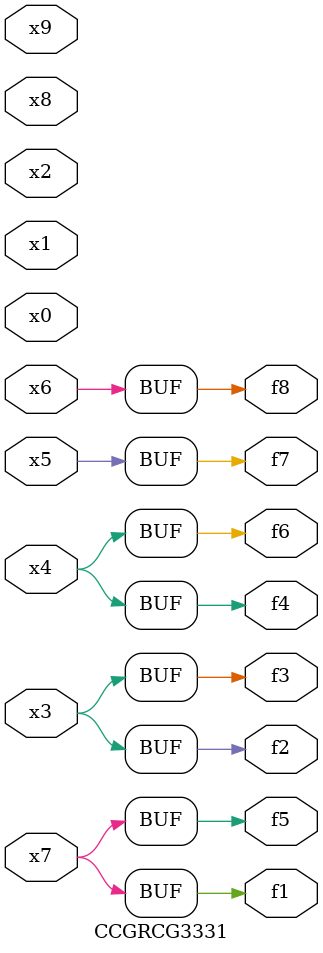
<source format=v>
module CCGRCG3331(
	input x0, x1, x2, x3, x4, x5, x6, x7, x8, x9,
	output f1, f2, f3, f4, f5, f6, f7, f8
);
	assign f1 = x7;
	assign f2 = x3;
	assign f3 = x3;
	assign f4 = x4;
	assign f5 = x7;
	assign f6 = x4;
	assign f7 = x5;
	assign f8 = x6;
endmodule

</source>
